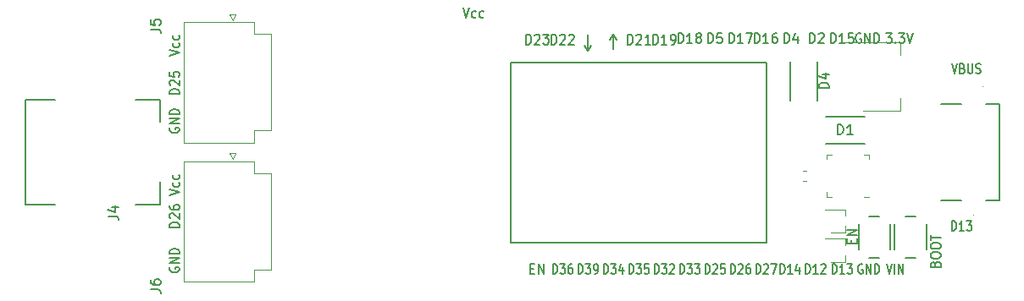
<source format=gbr>
G04 #@! TF.GenerationSoftware,KiCad,Pcbnew,(5.1.10)-1*
G04 #@! TF.CreationDate,2021-08-11T19:04:18+09:00*
G04 #@! TF.ProjectId,ESP32_LED,45535033-325f-44c4-9544-2e6b69636164,rev?*
G04 #@! TF.SameCoordinates,Original*
G04 #@! TF.FileFunction,Legend,Top*
G04 #@! TF.FilePolarity,Positive*
%FSLAX46Y46*%
G04 Gerber Fmt 4.6, Leading zero omitted, Abs format (unit mm)*
G04 Created by KiCad (PCBNEW (5.1.10)-1) date 2021-08-11 19:04:18*
%MOMM*%
%LPD*%
G01*
G04 APERTURE LIST*
%ADD10C,0.150000*%
%ADD11C,0.200000*%
%ADD12C,0.120000*%
%ADD13C,0.100000*%
G04 APERTURE END LIST*
D10*
X131008571Y-70572380D02*
X131308571Y-71572380D01*
X131608571Y-70572380D01*
X132294285Y-71524761D02*
X132208571Y-71572380D01*
X132037142Y-71572380D01*
X131951428Y-71524761D01*
X131908571Y-71477142D01*
X131865714Y-71381904D01*
X131865714Y-71096190D01*
X131908571Y-71000952D01*
X131951428Y-70953333D01*
X132037142Y-70905714D01*
X132208571Y-70905714D01*
X132294285Y-70953333D01*
X133065714Y-71524761D02*
X132980000Y-71572380D01*
X132808571Y-71572380D01*
X132722857Y-71524761D01*
X132680000Y-71477142D01*
X132637142Y-71381904D01*
X132637142Y-71096190D01*
X132680000Y-71000952D01*
X132722857Y-70953333D01*
X132808571Y-70905714D01*
X132980000Y-70905714D01*
X133065714Y-70953333D01*
X101735000Y-96570714D02*
X101687380Y-96656428D01*
X101687380Y-96785000D01*
X101735000Y-96913571D01*
X101830238Y-96999285D01*
X101925476Y-97042142D01*
X102115952Y-97085000D01*
X102258809Y-97085000D01*
X102449285Y-97042142D01*
X102544523Y-96999285D01*
X102639761Y-96913571D01*
X102687380Y-96785000D01*
X102687380Y-96699285D01*
X102639761Y-96570714D01*
X102592142Y-96527857D01*
X102258809Y-96527857D01*
X102258809Y-96699285D01*
X102687380Y-96142142D02*
X101687380Y-96142142D01*
X102687380Y-95627857D01*
X101687380Y-95627857D01*
X102687380Y-95199285D02*
X101687380Y-95199285D01*
X101687380Y-94985000D01*
X101735000Y-94856428D01*
X101830238Y-94770714D01*
X101925476Y-94727857D01*
X102115952Y-94685000D01*
X102258809Y-94685000D01*
X102449285Y-94727857D01*
X102544523Y-94770714D01*
X102639761Y-94856428D01*
X102687380Y-94985000D01*
X102687380Y-95199285D01*
X101687380Y-89336428D02*
X102687380Y-89036428D01*
X101687380Y-88736428D01*
X102639761Y-88050714D02*
X102687380Y-88136428D01*
X102687380Y-88307857D01*
X102639761Y-88393571D01*
X102592142Y-88436428D01*
X102496904Y-88479285D01*
X102211190Y-88479285D01*
X102115952Y-88436428D01*
X102068333Y-88393571D01*
X102020714Y-88307857D01*
X102020714Y-88136428D01*
X102068333Y-88050714D01*
X102639761Y-87279285D02*
X102687380Y-87365000D01*
X102687380Y-87536428D01*
X102639761Y-87622142D01*
X102592142Y-87665000D01*
X102496904Y-87707857D01*
X102211190Y-87707857D01*
X102115952Y-87665000D01*
X102068333Y-87622142D01*
X102020714Y-87536428D01*
X102020714Y-87365000D01*
X102068333Y-87279285D01*
X101687380Y-75366428D02*
X102687380Y-75066428D01*
X101687380Y-74766428D01*
X102639761Y-74080714D02*
X102687380Y-74166428D01*
X102687380Y-74337857D01*
X102639761Y-74423571D01*
X102592142Y-74466428D01*
X102496904Y-74509285D01*
X102211190Y-74509285D01*
X102115952Y-74466428D01*
X102068333Y-74423571D01*
X102020714Y-74337857D01*
X102020714Y-74166428D01*
X102068333Y-74080714D01*
X102639761Y-73309285D02*
X102687380Y-73395000D01*
X102687380Y-73566428D01*
X102639761Y-73652142D01*
X102592142Y-73695000D01*
X102496904Y-73737857D01*
X102211190Y-73737857D01*
X102115952Y-73695000D01*
X102068333Y-73652142D01*
X102020714Y-73566428D01*
X102020714Y-73395000D01*
X102068333Y-73309285D01*
X179889333Y-76160380D02*
X180156000Y-77160380D01*
X180422666Y-76160380D01*
X180956000Y-76636571D02*
X181070285Y-76684190D01*
X181108380Y-76731809D01*
X181146476Y-76827047D01*
X181146476Y-76969904D01*
X181108380Y-77065142D01*
X181070285Y-77112761D01*
X180994095Y-77160380D01*
X180689333Y-77160380D01*
X180689333Y-76160380D01*
X180956000Y-76160380D01*
X181032190Y-76208000D01*
X181070285Y-76255619D01*
X181108380Y-76350857D01*
X181108380Y-76446095D01*
X181070285Y-76541333D01*
X181032190Y-76588952D01*
X180956000Y-76636571D01*
X180689333Y-76636571D01*
X181489333Y-76160380D02*
X181489333Y-76969904D01*
X181527428Y-77065142D01*
X181565523Y-77112761D01*
X181641714Y-77160380D01*
X181794095Y-77160380D01*
X181870285Y-77112761D01*
X181908380Y-77065142D01*
X181946476Y-76969904D01*
X181946476Y-76160380D01*
X182289333Y-77112761D02*
X182403619Y-77160380D01*
X182594095Y-77160380D01*
X182670285Y-77112761D01*
X182708380Y-77065142D01*
X182746476Y-76969904D01*
X182746476Y-76874666D01*
X182708380Y-76779428D01*
X182670285Y-76731809D01*
X182594095Y-76684190D01*
X182441714Y-76636571D01*
X182365523Y-76588952D01*
X182327428Y-76541333D01*
X182289333Y-76446095D01*
X182289333Y-76350857D01*
X182327428Y-76255619D01*
X182365523Y-76208000D01*
X182441714Y-76160380D01*
X182632190Y-76160380D01*
X182746476Y-76208000D01*
X179876571Y-92908380D02*
X179876571Y-91908380D01*
X180067047Y-91908380D01*
X180181333Y-91956000D01*
X180257523Y-92051238D01*
X180295619Y-92146476D01*
X180333714Y-92336952D01*
X180333714Y-92479809D01*
X180295619Y-92670285D01*
X180257523Y-92765523D01*
X180181333Y-92860761D01*
X180067047Y-92908380D01*
X179876571Y-92908380D01*
X181095619Y-92908380D02*
X180638476Y-92908380D01*
X180867047Y-92908380D02*
X180867047Y-91908380D01*
X180790857Y-92051238D01*
X180714666Y-92146476D01*
X180638476Y-92194095D01*
X181362285Y-91908380D02*
X181857523Y-91908380D01*
X181590857Y-92289333D01*
X181705142Y-92289333D01*
X181781333Y-92336952D01*
X181819428Y-92384571D01*
X181857523Y-92479809D01*
X181857523Y-92717904D01*
X181819428Y-92813142D01*
X181781333Y-92860761D01*
X181705142Y-92908380D01*
X181476571Y-92908380D01*
X181400380Y-92860761D01*
X181362285Y-92813142D01*
D11*
X146050000Y-73279000D02*
X146367500Y-73787000D01*
X146050000Y-73279000D02*
X145732500Y-73787000D01*
X146050000Y-73279000D02*
X146050000Y-74739500D01*
X143510000Y-74866500D02*
X143827500Y-74358500D01*
X143192500Y-74358500D02*
X143510000Y-74866500D01*
X143510000Y-73279000D02*
X143510000Y-74866500D01*
D10*
X173296428Y-73112380D02*
X173853571Y-73112380D01*
X173553571Y-73493333D01*
X173682142Y-73493333D01*
X173767857Y-73540952D01*
X173810714Y-73588571D01*
X173853571Y-73683809D01*
X173853571Y-73921904D01*
X173810714Y-74017142D01*
X173767857Y-74064761D01*
X173682142Y-74112380D01*
X173425000Y-74112380D01*
X173339285Y-74064761D01*
X173296428Y-74017142D01*
X174239285Y-74017142D02*
X174282142Y-74064761D01*
X174239285Y-74112380D01*
X174196428Y-74064761D01*
X174239285Y-74017142D01*
X174239285Y-74112380D01*
X174582142Y-73112380D02*
X175139285Y-73112380D01*
X174839285Y-73493333D01*
X174967857Y-73493333D01*
X175053571Y-73540952D01*
X175096428Y-73588571D01*
X175139285Y-73683809D01*
X175139285Y-73921904D01*
X175096428Y-74017142D01*
X175053571Y-74064761D01*
X174967857Y-74112380D01*
X174710714Y-74112380D01*
X174625000Y-74064761D01*
X174582142Y-74017142D01*
X175396428Y-73112380D02*
X175696428Y-74112380D01*
X175996428Y-73112380D01*
X170764285Y-73160000D02*
X170678571Y-73112380D01*
X170550000Y-73112380D01*
X170421428Y-73160000D01*
X170335714Y-73255238D01*
X170292857Y-73350476D01*
X170250000Y-73540952D01*
X170250000Y-73683809D01*
X170292857Y-73874285D01*
X170335714Y-73969523D01*
X170421428Y-74064761D01*
X170550000Y-74112380D01*
X170635714Y-74112380D01*
X170764285Y-74064761D01*
X170807142Y-74017142D01*
X170807142Y-73683809D01*
X170635714Y-73683809D01*
X171192857Y-74112380D02*
X171192857Y-73112380D01*
X171707142Y-74112380D01*
X171707142Y-73112380D01*
X172135714Y-74112380D02*
X172135714Y-73112380D01*
X172350000Y-73112380D01*
X172478571Y-73160000D01*
X172564285Y-73255238D01*
X172607142Y-73350476D01*
X172650000Y-73540952D01*
X172650000Y-73683809D01*
X172607142Y-73874285D01*
X172564285Y-73969523D01*
X172478571Y-74064761D01*
X172350000Y-74112380D01*
X172135714Y-74112380D01*
X167817142Y-74112380D02*
X167817142Y-73112380D01*
X168031428Y-73112380D01*
X168160000Y-73160000D01*
X168245714Y-73255238D01*
X168288571Y-73350476D01*
X168331428Y-73540952D01*
X168331428Y-73683809D01*
X168288571Y-73874285D01*
X168245714Y-73969523D01*
X168160000Y-74064761D01*
X168031428Y-74112380D01*
X167817142Y-74112380D01*
X169188571Y-74112380D02*
X168674285Y-74112380D01*
X168931428Y-74112380D02*
X168931428Y-73112380D01*
X168845714Y-73255238D01*
X168760000Y-73350476D01*
X168674285Y-73398095D01*
X170002857Y-73112380D02*
X169574285Y-73112380D01*
X169531428Y-73588571D01*
X169574285Y-73540952D01*
X169660000Y-73493333D01*
X169874285Y-73493333D01*
X169960000Y-73540952D01*
X170002857Y-73588571D01*
X170045714Y-73683809D01*
X170045714Y-73921904D01*
X170002857Y-74017142D01*
X169960000Y-74064761D01*
X169874285Y-74112380D01*
X169660000Y-74112380D01*
X169574285Y-74064761D01*
X169531428Y-74017142D01*
X165705714Y-74112380D02*
X165705714Y-73112380D01*
X165920000Y-73112380D01*
X166048571Y-73160000D01*
X166134285Y-73255238D01*
X166177142Y-73350476D01*
X166220000Y-73540952D01*
X166220000Y-73683809D01*
X166177142Y-73874285D01*
X166134285Y-73969523D01*
X166048571Y-74064761D01*
X165920000Y-74112380D01*
X165705714Y-74112380D01*
X166562857Y-73207619D02*
X166605714Y-73160000D01*
X166691428Y-73112380D01*
X166905714Y-73112380D01*
X166991428Y-73160000D01*
X167034285Y-73207619D01*
X167077142Y-73302857D01*
X167077142Y-73398095D01*
X167034285Y-73540952D01*
X166520000Y-74112380D01*
X167077142Y-74112380D01*
X163165714Y-74112380D02*
X163165714Y-73112380D01*
X163380000Y-73112380D01*
X163508571Y-73160000D01*
X163594285Y-73255238D01*
X163637142Y-73350476D01*
X163680000Y-73540952D01*
X163680000Y-73683809D01*
X163637142Y-73874285D01*
X163594285Y-73969523D01*
X163508571Y-74064761D01*
X163380000Y-74112380D01*
X163165714Y-74112380D01*
X164451428Y-73445714D02*
X164451428Y-74112380D01*
X164237142Y-73064761D02*
X164022857Y-73779047D01*
X164580000Y-73779047D01*
X160197142Y-74112380D02*
X160197142Y-73112380D01*
X160411428Y-73112380D01*
X160540000Y-73160000D01*
X160625714Y-73255238D01*
X160668571Y-73350476D01*
X160711428Y-73540952D01*
X160711428Y-73683809D01*
X160668571Y-73874285D01*
X160625714Y-73969523D01*
X160540000Y-74064761D01*
X160411428Y-74112380D01*
X160197142Y-74112380D01*
X161568571Y-74112380D02*
X161054285Y-74112380D01*
X161311428Y-74112380D02*
X161311428Y-73112380D01*
X161225714Y-73255238D01*
X161140000Y-73350476D01*
X161054285Y-73398095D01*
X162340000Y-73112380D02*
X162168571Y-73112380D01*
X162082857Y-73160000D01*
X162040000Y-73207619D01*
X161954285Y-73350476D01*
X161911428Y-73540952D01*
X161911428Y-73921904D01*
X161954285Y-74017142D01*
X161997142Y-74064761D01*
X162082857Y-74112380D01*
X162254285Y-74112380D01*
X162340000Y-74064761D01*
X162382857Y-74017142D01*
X162425714Y-73921904D01*
X162425714Y-73683809D01*
X162382857Y-73588571D01*
X162340000Y-73540952D01*
X162254285Y-73493333D01*
X162082857Y-73493333D01*
X161997142Y-73540952D01*
X161954285Y-73588571D01*
X161911428Y-73683809D01*
X157657142Y-74112380D02*
X157657142Y-73112380D01*
X157871428Y-73112380D01*
X158000000Y-73160000D01*
X158085714Y-73255238D01*
X158128571Y-73350476D01*
X158171428Y-73540952D01*
X158171428Y-73683809D01*
X158128571Y-73874285D01*
X158085714Y-73969523D01*
X158000000Y-74064761D01*
X157871428Y-74112380D01*
X157657142Y-74112380D01*
X159028571Y-74112380D02*
X158514285Y-74112380D01*
X158771428Y-74112380D02*
X158771428Y-73112380D01*
X158685714Y-73255238D01*
X158600000Y-73350476D01*
X158514285Y-73398095D01*
X159328571Y-73112380D02*
X159928571Y-73112380D01*
X159542857Y-74112380D01*
X155545714Y-74112380D02*
X155545714Y-73112380D01*
X155760000Y-73112380D01*
X155888571Y-73160000D01*
X155974285Y-73255238D01*
X156017142Y-73350476D01*
X156060000Y-73540952D01*
X156060000Y-73683809D01*
X156017142Y-73874285D01*
X155974285Y-73969523D01*
X155888571Y-74064761D01*
X155760000Y-74112380D01*
X155545714Y-74112380D01*
X156874285Y-73112380D02*
X156445714Y-73112380D01*
X156402857Y-73588571D01*
X156445714Y-73540952D01*
X156531428Y-73493333D01*
X156745714Y-73493333D01*
X156831428Y-73540952D01*
X156874285Y-73588571D01*
X156917142Y-73683809D01*
X156917142Y-73921904D01*
X156874285Y-74017142D01*
X156831428Y-74064761D01*
X156745714Y-74112380D01*
X156531428Y-74112380D01*
X156445714Y-74064761D01*
X156402857Y-74017142D01*
X152577142Y-74112380D02*
X152577142Y-73112380D01*
X152791428Y-73112380D01*
X152920000Y-73160000D01*
X153005714Y-73255238D01*
X153048571Y-73350476D01*
X153091428Y-73540952D01*
X153091428Y-73683809D01*
X153048571Y-73874285D01*
X153005714Y-73969523D01*
X152920000Y-74064761D01*
X152791428Y-74112380D01*
X152577142Y-74112380D01*
X153948571Y-74112380D02*
X153434285Y-74112380D01*
X153691428Y-74112380D02*
X153691428Y-73112380D01*
X153605714Y-73255238D01*
X153520000Y-73350476D01*
X153434285Y-73398095D01*
X154462857Y-73540952D02*
X154377142Y-73493333D01*
X154334285Y-73445714D01*
X154291428Y-73350476D01*
X154291428Y-73302857D01*
X154334285Y-73207619D01*
X154377142Y-73160000D01*
X154462857Y-73112380D01*
X154634285Y-73112380D01*
X154720000Y-73160000D01*
X154762857Y-73207619D01*
X154805714Y-73302857D01*
X154805714Y-73350476D01*
X154762857Y-73445714D01*
X154720000Y-73493333D01*
X154634285Y-73540952D01*
X154462857Y-73540952D01*
X154377142Y-73588571D01*
X154334285Y-73636190D01*
X154291428Y-73731428D01*
X154291428Y-73921904D01*
X154334285Y-74017142D01*
X154377142Y-74064761D01*
X154462857Y-74112380D01*
X154634285Y-74112380D01*
X154720000Y-74064761D01*
X154762857Y-74017142D01*
X154805714Y-73921904D01*
X154805714Y-73731428D01*
X154762857Y-73636190D01*
X154720000Y-73588571D01*
X154634285Y-73540952D01*
X150037142Y-74239380D02*
X150037142Y-73239380D01*
X150251428Y-73239380D01*
X150380000Y-73287000D01*
X150465714Y-73382238D01*
X150508571Y-73477476D01*
X150551428Y-73667952D01*
X150551428Y-73810809D01*
X150508571Y-74001285D01*
X150465714Y-74096523D01*
X150380000Y-74191761D01*
X150251428Y-74239380D01*
X150037142Y-74239380D01*
X151408571Y-74239380D02*
X150894285Y-74239380D01*
X151151428Y-74239380D02*
X151151428Y-73239380D01*
X151065714Y-73382238D01*
X150980000Y-73477476D01*
X150894285Y-73525095D01*
X151837142Y-74239380D02*
X152008571Y-74239380D01*
X152094285Y-74191761D01*
X152137142Y-74144142D01*
X152222857Y-74001285D01*
X152265714Y-73810809D01*
X152265714Y-73429857D01*
X152222857Y-73334619D01*
X152180000Y-73287000D01*
X152094285Y-73239380D01*
X151922857Y-73239380D01*
X151837142Y-73287000D01*
X151794285Y-73334619D01*
X151751428Y-73429857D01*
X151751428Y-73667952D01*
X151794285Y-73763190D01*
X151837142Y-73810809D01*
X151922857Y-73858428D01*
X152094285Y-73858428D01*
X152180000Y-73810809D01*
X152222857Y-73763190D01*
X152265714Y-73667952D01*
X147497142Y-74239380D02*
X147497142Y-73239380D01*
X147711428Y-73239380D01*
X147840000Y-73287000D01*
X147925714Y-73382238D01*
X147968571Y-73477476D01*
X148011428Y-73667952D01*
X148011428Y-73810809D01*
X147968571Y-74001285D01*
X147925714Y-74096523D01*
X147840000Y-74191761D01*
X147711428Y-74239380D01*
X147497142Y-74239380D01*
X148354285Y-73334619D02*
X148397142Y-73287000D01*
X148482857Y-73239380D01*
X148697142Y-73239380D01*
X148782857Y-73287000D01*
X148825714Y-73334619D01*
X148868571Y-73429857D01*
X148868571Y-73525095D01*
X148825714Y-73667952D01*
X148311428Y-74239380D01*
X148868571Y-74239380D01*
X149725714Y-74239380D02*
X149211428Y-74239380D01*
X149468571Y-74239380D02*
X149468571Y-73239380D01*
X149382857Y-73382238D01*
X149297142Y-73477476D01*
X149211428Y-73525095D01*
X139877142Y-74239380D02*
X139877142Y-73239380D01*
X140091428Y-73239380D01*
X140220000Y-73287000D01*
X140305714Y-73382238D01*
X140348571Y-73477476D01*
X140391428Y-73667952D01*
X140391428Y-73810809D01*
X140348571Y-74001285D01*
X140305714Y-74096523D01*
X140220000Y-74191761D01*
X140091428Y-74239380D01*
X139877142Y-74239380D01*
X140734285Y-73334619D02*
X140777142Y-73287000D01*
X140862857Y-73239380D01*
X141077142Y-73239380D01*
X141162857Y-73287000D01*
X141205714Y-73334619D01*
X141248571Y-73429857D01*
X141248571Y-73525095D01*
X141205714Y-73667952D01*
X140691428Y-74239380D01*
X141248571Y-74239380D01*
X141591428Y-73334619D02*
X141634285Y-73287000D01*
X141720000Y-73239380D01*
X141934285Y-73239380D01*
X142020000Y-73287000D01*
X142062857Y-73334619D01*
X142105714Y-73429857D01*
X142105714Y-73525095D01*
X142062857Y-73667952D01*
X141548571Y-74239380D01*
X142105714Y-74239380D01*
X137337142Y-74239380D02*
X137337142Y-73239380D01*
X137551428Y-73239380D01*
X137680000Y-73287000D01*
X137765714Y-73382238D01*
X137808571Y-73477476D01*
X137851428Y-73667952D01*
X137851428Y-73810809D01*
X137808571Y-74001285D01*
X137765714Y-74096523D01*
X137680000Y-74191761D01*
X137551428Y-74239380D01*
X137337142Y-74239380D01*
X138194285Y-73334619D02*
X138237142Y-73287000D01*
X138322857Y-73239380D01*
X138537142Y-73239380D01*
X138622857Y-73287000D01*
X138665714Y-73334619D01*
X138708571Y-73429857D01*
X138708571Y-73525095D01*
X138665714Y-73667952D01*
X138151428Y-74239380D01*
X138708571Y-74239380D01*
X139008571Y-73239380D02*
X139565714Y-73239380D01*
X139265714Y-73620333D01*
X139394285Y-73620333D01*
X139480000Y-73667952D01*
X139522857Y-73715571D01*
X139565714Y-73810809D01*
X139565714Y-74048904D01*
X139522857Y-74144142D01*
X139480000Y-74191761D01*
X139394285Y-74239380D01*
X139137142Y-74239380D01*
X139051428Y-74191761D01*
X139008571Y-74144142D01*
X101735000Y-82600714D02*
X101687380Y-82686428D01*
X101687380Y-82815000D01*
X101735000Y-82943571D01*
X101830238Y-83029285D01*
X101925476Y-83072142D01*
X102115952Y-83115000D01*
X102258809Y-83115000D01*
X102449285Y-83072142D01*
X102544523Y-83029285D01*
X102639761Y-82943571D01*
X102687380Y-82815000D01*
X102687380Y-82729285D01*
X102639761Y-82600714D01*
X102592142Y-82557857D01*
X102258809Y-82557857D01*
X102258809Y-82729285D01*
X102687380Y-82172142D02*
X101687380Y-82172142D01*
X102687380Y-81657857D01*
X101687380Y-81657857D01*
X102687380Y-81229285D02*
X101687380Y-81229285D01*
X101687380Y-81015000D01*
X101735000Y-80886428D01*
X101830238Y-80800714D01*
X101925476Y-80757857D01*
X102115952Y-80715000D01*
X102258809Y-80715000D01*
X102449285Y-80757857D01*
X102544523Y-80800714D01*
X102639761Y-80886428D01*
X102687380Y-81015000D01*
X102687380Y-81229285D01*
X178236571Y-96217428D02*
X178284190Y-96088857D01*
X178331809Y-96046000D01*
X178427047Y-96003142D01*
X178569904Y-96003142D01*
X178665142Y-96046000D01*
X178712761Y-96088857D01*
X178760380Y-96174571D01*
X178760380Y-96517428D01*
X177760380Y-96517428D01*
X177760380Y-96217428D01*
X177808000Y-96131714D01*
X177855619Y-96088857D01*
X177950857Y-96046000D01*
X178046095Y-96046000D01*
X178141333Y-96088857D01*
X178188952Y-96131714D01*
X178236571Y-96217428D01*
X178236571Y-96517428D01*
X177760380Y-95446000D02*
X177760380Y-95274571D01*
X177808000Y-95188857D01*
X177903238Y-95103142D01*
X178093714Y-95060285D01*
X178427047Y-95060285D01*
X178617523Y-95103142D01*
X178712761Y-95188857D01*
X178760380Y-95274571D01*
X178760380Y-95446000D01*
X178712761Y-95531714D01*
X178617523Y-95617428D01*
X178427047Y-95660285D01*
X178093714Y-95660285D01*
X177903238Y-95617428D01*
X177808000Y-95531714D01*
X177760380Y-95446000D01*
X177760380Y-94503142D02*
X177760380Y-94331714D01*
X177808000Y-94246000D01*
X177903238Y-94160285D01*
X178093714Y-94117428D01*
X178427047Y-94117428D01*
X178617523Y-94160285D01*
X178712761Y-94246000D01*
X178760380Y-94331714D01*
X178760380Y-94503142D01*
X178712761Y-94588857D01*
X178617523Y-94674571D01*
X178427047Y-94717428D01*
X178093714Y-94717428D01*
X177903238Y-94674571D01*
X177808000Y-94588857D01*
X177760380Y-94503142D01*
X177760380Y-93860285D02*
X177760380Y-93346000D01*
X178760380Y-93603142D02*
X177760380Y-93603142D01*
X169854571Y-94136285D02*
X169854571Y-93836285D01*
X170378380Y-93707714D02*
X170378380Y-94136285D01*
X169378380Y-94136285D01*
X169378380Y-93707714D01*
X170378380Y-93322000D02*
X169378380Y-93322000D01*
X170378380Y-92807714D01*
X169378380Y-92807714D01*
X102687380Y-92532857D02*
X101687380Y-92532857D01*
X101687380Y-92318571D01*
X101735000Y-92190000D01*
X101830238Y-92104285D01*
X101925476Y-92061428D01*
X102115952Y-92018571D01*
X102258809Y-92018571D01*
X102449285Y-92061428D01*
X102544523Y-92104285D01*
X102639761Y-92190000D01*
X102687380Y-92318571D01*
X102687380Y-92532857D01*
X101782619Y-91675714D02*
X101735000Y-91632857D01*
X101687380Y-91547142D01*
X101687380Y-91332857D01*
X101735000Y-91247142D01*
X101782619Y-91204285D01*
X101877857Y-91161428D01*
X101973095Y-91161428D01*
X102115952Y-91204285D01*
X102687380Y-91718571D01*
X102687380Y-91161428D01*
X101687380Y-90390000D02*
X101687380Y-90561428D01*
X101735000Y-90647142D01*
X101782619Y-90690000D01*
X101925476Y-90775714D01*
X102115952Y-90818571D01*
X102496904Y-90818571D01*
X102592142Y-90775714D01*
X102639761Y-90732857D01*
X102687380Y-90647142D01*
X102687380Y-90475714D01*
X102639761Y-90390000D01*
X102592142Y-90347142D01*
X102496904Y-90304285D01*
X102258809Y-90304285D01*
X102163571Y-90347142D01*
X102115952Y-90390000D01*
X102068333Y-90475714D01*
X102068333Y-90647142D01*
X102115952Y-90732857D01*
X102163571Y-90775714D01*
X102258809Y-90818571D01*
X102687380Y-79197857D02*
X101687380Y-79197857D01*
X101687380Y-78983571D01*
X101735000Y-78855000D01*
X101830238Y-78769285D01*
X101925476Y-78726428D01*
X102115952Y-78683571D01*
X102258809Y-78683571D01*
X102449285Y-78726428D01*
X102544523Y-78769285D01*
X102639761Y-78855000D01*
X102687380Y-78983571D01*
X102687380Y-79197857D01*
X101782619Y-78340714D02*
X101735000Y-78297857D01*
X101687380Y-78212142D01*
X101687380Y-77997857D01*
X101735000Y-77912142D01*
X101782619Y-77869285D01*
X101877857Y-77826428D01*
X101973095Y-77826428D01*
X102115952Y-77869285D01*
X102687380Y-78383571D01*
X102687380Y-77826428D01*
X101687380Y-77012142D02*
X101687380Y-77440714D01*
X102163571Y-77483571D01*
X102115952Y-77440714D01*
X102068333Y-77355000D01*
X102068333Y-77140714D01*
X102115952Y-77055000D01*
X102163571Y-77012142D01*
X102258809Y-76969285D01*
X102496904Y-76969285D01*
X102592142Y-77012142D01*
X102639761Y-77055000D01*
X102687380Y-77140714D01*
X102687380Y-77355000D01*
X102639761Y-77440714D01*
X102592142Y-77483571D01*
X137765714Y-96702571D02*
X138065714Y-96702571D01*
X138194285Y-97226380D02*
X137765714Y-97226380D01*
X137765714Y-96226380D01*
X138194285Y-96226380D01*
X138580000Y-97226380D02*
X138580000Y-96226380D01*
X139094285Y-97226380D01*
X139094285Y-96226380D01*
X139998571Y-97226380D02*
X139998571Y-96226380D01*
X140189047Y-96226380D01*
X140303333Y-96274000D01*
X140379523Y-96369238D01*
X140417619Y-96464476D01*
X140455714Y-96654952D01*
X140455714Y-96797809D01*
X140417619Y-96988285D01*
X140379523Y-97083523D01*
X140303333Y-97178761D01*
X140189047Y-97226380D01*
X139998571Y-97226380D01*
X140722380Y-96226380D02*
X141217619Y-96226380D01*
X140950952Y-96607333D01*
X141065238Y-96607333D01*
X141141428Y-96654952D01*
X141179523Y-96702571D01*
X141217619Y-96797809D01*
X141217619Y-97035904D01*
X141179523Y-97131142D01*
X141141428Y-97178761D01*
X141065238Y-97226380D01*
X140836666Y-97226380D01*
X140760476Y-97178761D01*
X140722380Y-97131142D01*
X141903333Y-96226380D02*
X141750952Y-96226380D01*
X141674761Y-96274000D01*
X141636666Y-96321619D01*
X141560476Y-96464476D01*
X141522380Y-96654952D01*
X141522380Y-97035904D01*
X141560476Y-97131142D01*
X141598571Y-97178761D01*
X141674761Y-97226380D01*
X141827142Y-97226380D01*
X141903333Y-97178761D01*
X141941428Y-97131142D01*
X141979523Y-97035904D01*
X141979523Y-96797809D01*
X141941428Y-96702571D01*
X141903333Y-96654952D01*
X141827142Y-96607333D01*
X141674761Y-96607333D01*
X141598571Y-96654952D01*
X141560476Y-96702571D01*
X141522380Y-96797809D01*
X142538571Y-97226380D02*
X142538571Y-96226380D01*
X142729047Y-96226380D01*
X142843333Y-96274000D01*
X142919523Y-96369238D01*
X142957619Y-96464476D01*
X142995714Y-96654952D01*
X142995714Y-96797809D01*
X142957619Y-96988285D01*
X142919523Y-97083523D01*
X142843333Y-97178761D01*
X142729047Y-97226380D01*
X142538571Y-97226380D01*
X143262380Y-96226380D02*
X143757619Y-96226380D01*
X143490952Y-96607333D01*
X143605238Y-96607333D01*
X143681428Y-96654952D01*
X143719523Y-96702571D01*
X143757619Y-96797809D01*
X143757619Y-97035904D01*
X143719523Y-97131142D01*
X143681428Y-97178761D01*
X143605238Y-97226380D01*
X143376666Y-97226380D01*
X143300476Y-97178761D01*
X143262380Y-97131142D01*
X144138571Y-97226380D02*
X144290952Y-97226380D01*
X144367142Y-97178761D01*
X144405238Y-97131142D01*
X144481428Y-96988285D01*
X144519523Y-96797809D01*
X144519523Y-96416857D01*
X144481428Y-96321619D01*
X144443333Y-96274000D01*
X144367142Y-96226380D01*
X144214761Y-96226380D01*
X144138571Y-96274000D01*
X144100476Y-96321619D01*
X144062380Y-96416857D01*
X144062380Y-96654952D01*
X144100476Y-96750190D01*
X144138571Y-96797809D01*
X144214761Y-96845428D01*
X144367142Y-96845428D01*
X144443333Y-96797809D01*
X144481428Y-96750190D01*
X144519523Y-96654952D01*
X145078571Y-97226380D02*
X145078571Y-96226380D01*
X145269047Y-96226380D01*
X145383333Y-96274000D01*
X145459523Y-96369238D01*
X145497619Y-96464476D01*
X145535714Y-96654952D01*
X145535714Y-96797809D01*
X145497619Y-96988285D01*
X145459523Y-97083523D01*
X145383333Y-97178761D01*
X145269047Y-97226380D01*
X145078571Y-97226380D01*
X145802380Y-96226380D02*
X146297619Y-96226380D01*
X146030952Y-96607333D01*
X146145238Y-96607333D01*
X146221428Y-96654952D01*
X146259523Y-96702571D01*
X146297619Y-96797809D01*
X146297619Y-97035904D01*
X146259523Y-97131142D01*
X146221428Y-97178761D01*
X146145238Y-97226380D01*
X145916666Y-97226380D01*
X145840476Y-97178761D01*
X145802380Y-97131142D01*
X146983333Y-96559714D02*
X146983333Y-97226380D01*
X146792857Y-96178761D02*
X146602380Y-96893047D01*
X147097619Y-96893047D01*
X147618571Y-97226380D02*
X147618571Y-96226380D01*
X147809047Y-96226380D01*
X147923333Y-96274000D01*
X147999523Y-96369238D01*
X148037619Y-96464476D01*
X148075714Y-96654952D01*
X148075714Y-96797809D01*
X148037619Y-96988285D01*
X147999523Y-97083523D01*
X147923333Y-97178761D01*
X147809047Y-97226380D01*
X147618571Y-97226380D01*
X148342380Y-96226380D02*
X148837619Y-96226380D01*
X148570952Y-96607333D01*
X148685238Y-96607333D01*
X148761428Y-96654952D01*
X148799523Y-96702571D01*
X148837619Y-96797809D01*
X148837619Y-97035904D01*
X148799523Y-97131142D01*
X148761428Y-97178761D01*
X148685238Y-97226380D01*
X148456666Y-97226380D01*
X148380476Y-97178761D01*
X148342380Y-97131142D01*
X149561428Y-96226380D02*
X149180476Y-96226380D01*
X149142380Y-96702571D01*
X149180476Y-96654952D01*
X149256666Y-96607333D01*
X149447142Y-96607333D01*
X149523333Y-96654952D01*
X149561428Y-96702571D01*
X149599523Y-96797809D01*
X149599523Y-97035904D01*
X149561428Y-97131142D01*
X149523333Y-97178761D01*
X149447142Y-97226380D01*
X149256666Y-97226380D01*
X149180476Y-97178761D01*
X149142380Y-97131142D01*
X150158571Y-97226380D02*
X150158571Y-96226380D01*
X150349047Y-96226380D01*
X150463333Y-96274000D01*
X150539523Y-96369238D01*
X150577619Y-96464476D01*
X150615714Y-96654952D01*
X150615714Y-96797809D01*
X150577619Y-96988285D01*
X150539523Y-97083523D01*
X150463333Y-97178761D01*
X150349047Y-97226380D01*
X150158571Y-97226380D01*
X150882380Y-96226380D02*
X151377619Y-96226380D01*
X151110952Y-96607333D01*
X151225238Y-96607333D01*
X151301428Y-96654952D01*
X151339523Y-96702571D01*
X151377619Y-96797809D01*
X151377619Y-97035904D01*
X151339523Y-97131142D01*
X151301428Y-97178761D01*
X151225238Y-97226380D01*
X150996666Y-97226380D01*
X150920476Y-97178761D01*
X150882380Y-97131142D01*
X151682380Y-96321619D02*
X151720476Y-96274000D01*
X151796666Y-96226380D01*
X151987142Y-96226380D01*
X152063333Y-96274000D01*
X152101428Y-96321619D01*
X152139523Y-96416857D01*
X152139523Y-96512095D01*
X152101428Y-96654952D01*
X151644285Y-97226380D01*
X152139523Y-97226380D01*
X152698571Y-97226380D02*
X152698571Y-96226380D01*
X152889047Y-96226380D01*
X153003333Y-96274000D01*
X153079523Y-96369238D01*
X153117619Y-96464476D01*
X153155714Y-96654952D01*
X153155714Y-96797809D01*
X153117619Y-96988285D01*
X153079523Y-97083523D01*
X153003333Y-97178761D01*
X152889047Y-97226380D01*
X152698571Y-97226380D01*
X153422380Y-96226380D02*
X153917619Y-96226380D01*
X153650952Y-96607333D01*
X153765238Y-96607333D01*
X153841428Y-96654952D01*
X153879523Y-96702571D01*
X153917619Y-96797809D01*
X153917619Y-97035904D01*
X153879523Y-97131142D01*
X153841428Y-97178761D01*
X153765238Y-97226380D01*
X153536666Y-97226380D01*
X153460476Y-97178761D01*
X153422380Y-97131142D01*
X154184285Y-96226380D02*
X154679523Y-96226380D01*
X154412857Y-96607333D01*
X154527142Y-96607333D01*
X154603333Y-96654952D01*
X154641428Y-96702571D01*
X154679523Y-96797809D01*
X154679523Y-97035904D01*
X154641428Y-97131142D01*
X154603333Y-97178761D01*
X154527142Y-97226380D01*
X154298571Y-97226380D01*
X154222380Y-97178761D01*
X154184285Y-97131142D01*
X155238571Y-97226380D02*
X155238571Y-96226380D01*
X155429047Y-96226380D01*
X155543333Y-96274000D01*
X155619523Y-96369238D01*
X155657619Y-96464476D01*
X155695714Y-96654952D01*
X155695714Y-96797809D01*
X155657619Y-96988285D01*
X155619523Y-97083523D01*
X155543333Y-97178761D01*
X155429047Y-97226380D01*
X155238571Y-97226380D01*
X156000476Y-96321619D02*
X156038571Y-96274000D01*
X156114761Y-96226380D01*
X156305238Y-96226380D01*
X156381428Y-96274000D01*
X156419523Y-96321619D01*
X156457619Y-96416857D01*
X156457619Y-96512095D01*
X156419523Y-96654952D01*
X155962380Y-97226380D01*
X156457619Y-97226380D01*
X157181428Y-96226380D02*
X156800476Y-96226380D01*
X156762380Y-96702571D01*
X156800476Y-96654952D01*
X156876666Y-96607333D01*
X157067142Y-96607333D01*
X157143333Y-96654952D01*
X157181428Y-96702571D01*
X157219523Y-96797809D01*
X157219523Y-97035904D01*
X157181428Y-97131142D01*
X157143333Y-97178761D01*
X157067142Y-97226380D01*
X156876666Y-97226380D01*
X156800476Y-97178761D01*
X156762380Y-97131142D01*
X157778571Y-97226380D02*
X157778571Y-96226380D01*
X157969047Y-96226380D01*
X158083333Y-96274000D01*
X158159523Y-96369238D01*
X158197619Y-96464476D01*
X158235714Y-96654952D01*
X158235714Y-96797809D01*
X158197619Y-96988285D01*
X158159523Y-97083523D01*
X158083333Y-97178761D01*
X157969047Y-97226380D01*
X157778571Y-97226380D01*
X158540476Y-96321619D02*
X158578571Y-96274000D01*
X158654761Y-96226380D01*
X158845238Y-96226380D01*
X158921428Y-96274000D01*
X158959523Y-96321619D01*
X158997619Y-96416857D01*
X158997619Y-96512095D01*
X158959523Y-96654952D01*
X158502380Y-97226380D01*
X158997619Y-97226380D01*
X159683333Y-96226380D02*
X159530952Y-96226380D01*
X159454761Y-96274000D01*
X159416666Y-96321619D01*
X159340476Y-96464476D01*
X159302380Y-96654952D01*
X159302380Y-97035904D01*
X159340476Y-97131142D01*
X159378571Y-97178761D01*
X159454761Y-97226380D01*
X159607142Y-97226380D01*
X159683333Y-97178761D01*
X159721428Y-97131142D01*
X159759523Y-97035904D01*
X159759523Y-96797809D01*
X159721428Y-96702571D01*
X159683333Y-96654952D01*
X159607142Y-96607333D01*
X159454761Y-96607333D01*
X159378571Y-96654952D01*
X159340476Y-96702571D01*
X159302380Y-96797809D01*
X160318571Y-97226380D02*
X160318571Y-96226380D01*
X160509047Y-96226380D01*
X160623333Y-96274000D01*
X160699523Y-96369238D01*
X160737619Y-96464476D01*
X160775714Y-96654952D01*
X160775714Y-96797809D01*
X160737619Y-96988285D01*
X160699523Y-97083523D01*
X160623333Y-97178761D01*
X160509047Y-97226380D01*
X160318571Y-97226380D01*
X161080476Y-96321619D02*
X161118571Y-96274000D01*
X161194761Y-96226380D01*
X161385238Y-96226380D01*
X161461428Y-96274000D01*
X161499523Y-96321619D01*
X161537619Y-96416857D01*
X161537619Y-96512095D01*
X161499523Y-96654952D01*
X161042380Y-97226380D01*
X161537619Y-97226380D01*
X161804285Y-96226380D02*
X162337619Y-96226380D01*
X161994761Y-97226380D01*
X162731571Y-97226380D02*
X162731571Y-96226380D01*
X162922047Y-96226380D01*
X163036333Y-96274000D01*
X163112523Y-96369238D01*
X163150619Y-96464476D01*
X163188714Y-96654952D01*
X163188714Y-96797809D01*
X163150619Y-96988285D01*
X163112523Y-97083523D01*
X163036333Y-97178761D01*
X162922047Y-97226380D01*
X162731571Y-97226380D01*
X163950619Y-97226380D02*
X163493476Y-97226380D01*
X163722047Y-97226380D02*
X163722047Y-96226380D01*
X163645857Y-96369238D01*
X163569666Y-96464476D01*
X163493476Y-96512095D01*
X164636333Y-96559714D02*
X164636333Y-97226380D01*
X164445857Y-96178761D02*
X164255380Y-96893047D01*
X164750619Y-96893047D01*
X165271571Y-97226380D02*
X165271571Y-96226380D01*
X165462047Y-96226380D01*
X165576333Y-96274000D01*
X165652523Y-96369238D01*
X165690619Y-96464476D01*
X165728714Y-96654952D01*
X165728714Y-96797809D01*
X165690619Y-96988285D01*
X165652523Y-97083523D01*
X165576333Y-97178761D01*
X165462047Y-97226380D01*
X165271571Y-97226380D01*
X166490619Y-97226380D02*
X166033476Y-97226380D01*
X166262047Y-97226380D02*
X166262047Y-96226380D01*
X166185857Y-96369238D01*
X166109666Y-96464476D01*
X166033476Y-96512095D01*
X166795380Y-96321619D02*
X166833476Y-96274000D01*
X166909666Y-96226380D01*
X167100142Y-96226380D01*
X167176333Y-96274000D01*
X167214428Y-96321619D01*
X167252523Y-96416857D01*
X167252523Y-96512095D01*
X167214428Y-96654952D01*
X166757285Y-97226380D01*
X167252523Y-97226380D01*
X167938571Y-97226380D02*
X167938571Y-96226380D01*
X168129047Y-96226380D01*
X168243333Y-96274000D01*
X168319523Y-96369238D01*
X168357619Y-96464476D01*
X168395714Y-96654952D01*
X168395714Y-96797809D01*
X168357619Y-96988285D01*
X168319523Y-97083523D01*
X168243333Y-97178761D01*
X168129047Y-97226380D01*
X167938571Y-97226380D01*
X169157619Y-97226380D02*
X168700476Y-97226380D01*
X168929047Y-97226380D02*
X168929047Y-96226380D01*
X168852857Y-96369238D01*
X168776666Y-96464476D01*
X168700476Y-96512095D01*
X169424285Y-96226380D02*
X169919523Y-96226380D01*
X169652857Y-96607333D01*
X169767142Y-96607333D01*
X169843333Y-96654952D01*
X169881428Y-96702571D01*
X169919523Y-96797809D01*
X169919523Y-97035904D01*
X169881428Y-97131142D01*
X169843333Y-97178761D01*
X169767142Y-97226380D01*
X169538571Y-97226380D01*
X169462380Y-97178761D01*
X169424285Y-97131142D01*
X170940476Y-96274000D02*
X170864285Y-96226380D01*
X170750000Y-96226380D01*
X170635714Y-96274000D01*
X170559523Y-96369238D01*
X170521428Y-96464476D01*
X170483333Y-96654952D01*
X170483333Y-96797809D01*
X170521428Y-96988285D01*
X170559523Y-97083523D01*
X170635714Y-97178761D01*
X170750000Y-97226380D01*
X170826190Y-97226380D01*
X170940476Y-97178761D01*
X170978571Y-97131142D01*
X170978571Y-96797809D01*
X170826190Y-96797809D01*
X171321428Y-97226380D02*
X171321428Y-96226380D01*
X171778571Y-97226380D01*
X171778571Y-96226380D01*
X172159523Y-97226380D02*
X172159523Y-96226380D01*
X172350000Y-96226380D01*
X172464285Y-96274000D01*
X172540476Y-96369238D01*
X172578571Y-96464476D01*
X172616666Y-96654952D01*
X172616666Y-96797809D01*
X172578571Y-96988285D01*
X172540476Y-97083523D01*
X172464285Y-97178761D01*
X172350000Y-97226380D01*
X172159523Y-97226380D01*
X173367809Y-96226380D02*
X173634476Y-97226380D01*
X173901142Y-96226380D01*
X174167809Y-97226380D02*
X174167809Y-96226380D01*
X174548761Y-97226380D02*
X174548761Y-96226380D01*
X175005904Y-97226380D01*
X175005904Y-96226380D01*
D12*
X108300000Y-71220000D02*
X108000000Y-71820000D01*
X107700000Y-71220000D02*
X108300000Y-71220000D01*
X108000000Y-71820000D02*
X107700000Y-71220000D01*
X103090000Y-84060000D02*
X103090000Y-72020000D01*
X110110000Y-84060000D02*
X103090000Y-84060000D01*
X110110000Y-82860000D02*
X110110000Y-84060000D01*
X111810000Y-82860000D02*
X110110000Y-82860000D01*
X111810000Y-73220000D02*
X111810000Y-82860000D01*
X110110000Y-73220000D02*
X111810000Y-73220000D01*
X110110000Y-72020000D02*
X110110000Y-73220000D01*
X103090000Y-72020000D02*
X110110000Y-72020000D01*
D10*
X100750000Y-82000000D02*
X100750000Y-79750000D01*
X100750000Y-79750000D02*
X98250000Y-79750000D01*
X100750000Y-90250000D02*
X98250000Y-90250000D01*
X100750000Y-90250000D02*
X100750000Y-88000000D01*
X87250000Y-90250000D02*
X90250000Y-90250000D01*
X87250000Y-79750000D02*
X90250000Y-79750000D01*
X87250000Y-90250000D02*
X87250000Y-79750000D01*
X163750000Y-79842000D02*
X163750000Y-75942000D01*
X166450000Y-79842000D02*
X166450000Y-75942000D01*
X161332000Y-76080000D02*
X161332000Y-94080000D01*
X135832000Y-76080000D02*
X161332000Y-76080000D01*
X135832000Y-94080000D02*
X135832000Y-76080000D01*
X161332000Y-94080000D02*
X135832000Y-94080000D01*
D12*
X103090000Y-85940000D02*
X110110000Y-85940000D01*
X110110000Y-85940000D02*
X110110000Y-87140000D01*
X110110000Y-87140000D02*
X111810000Y-87140000D01*
X111810000Y-87140000D02*
X111810000Y-96780000D01*
X111810000Y-96780000D02*
X110110000Y-96780000D01*
X110110000Y-96780000D02*
X110110000Y-97980000D01*
X110110000Y-97980000D02*
X103090000Y-97980000D01*
X103090000Y-97980000D02*
X103090000Y-85940000D01*
X108000000Y-85740000D02*
X107700000Y-85140000D01*
X107700000Y-85140000D02*
X108300000Y-85140000D01*
X108300000Y-85140000D02*
X108000000Y-85740000D01*
D10*
X178792000Y-89820000D02*
X180792000Y-89820000D01*
X178792000Y-80180000D02*
X180792000Y-80180000D01*
X184637000Y-80180000D02*
X184637000Y-89820000D01*
X183292000Y-89820000D02*
X184637000Y-89820000D01*
X183292000Y-80180000D02*
X184637000Y-80180000D01*
D12*
X168722000Y-74060000D02*
X174732000Y-74060000D01*
X170972000Y-80880000D02*
X174732000Y-80880000D01*
X174732000Y-74060000D02*
X174732000Y-75320000D01*
X174732000Y-80880000D02*
X174732000Y-79620000D01*
D10*
X167300000Y-81454000D02*
X171200000Y-81454000D01*
X167300000Y-84154000D02*
X171200000Y-84154000D01*
X176276000Y-95590000D02*
X175260000Y-95590000D01*
X176276000Y-91440000D02*
X175260000Y-91440000D01*
X174168000Y-92245000D02*
X174168000Y-94785000D01*
X177368000Y-94785000D02*
X177368000Y-92245000D01*
D12*
X167827075Y-96029000D02*
X169237075Y-96029000D01*
X169237075Y-93709000D02*
X167207075Y-93709000D01*
X169237075Y-93709000D02*
X169237075Y-94369000D01*
X169237075Y-95369000D02*
X169237075Y-96029000D01*
D10*
X173753000Y-94785000D02*
X173753000Y-92245000D01*
X170553000Y-92245000D02*
X170553000Y-94785000D01*
X172661000Y-91440000D02*
X171645000Y-91440000D01*
X172661000Y-95590000D02*
X171645000Y-95590000D01*
D12*
X165364279Y-87886000D02*
X165038721Y-87886000D01*
X165364279Y-86866000D02*
X165038721Y-86866000D01*
X171114000Y-89486000D02*
X171589000Y-89486000D01*
X167369000Y-85266000D02*
X167369000Y-85741000D01*
X167844000Y-85266000D02*
X167369000Y-85266000D01*
X171589000Y-85266000D02*
X171589000Y-85741000D01*
X171114000Y-85266000D02*
X171589000Y-85266000D01*
X167369000Y-89486000D02*
X167369000Y-89011000D01*
X167844000Y-89486000D02*
X167369000Y-89486000D01*
X169237075Y-92418491D02*
X169237075Y-93078491D01*
X169237075Y-90758491D02*
X169237075Y-91418491D01*
X169237075Y-90758491D02*
X167207075Y-90758491D01*
X167827075Y-93078491D02*
X169237075Y-93078491D01*
D13*
X182115000Y-91313000D02*
G75*
G03*
X182115000Y-91313000I-50000J0D01*
G01*
X183027000Y-78470000D02*
G75*
G03*
X183027000Y-78470000I-50000J0D01*
G01*
D10*
X99782380Y-72723333D02*
X100496666Y-72723333D01*
X100639523Y-72770952D01*
X100734761Y-72866190D01*
X100782380Y-73009047D01*
X100782380Y-73104285D01*
X99782380Y-71770952D02*
X99782380Y-72247142D01*
X100258571Y-72294761D01*
X100210952Y-72247142D01*
X100163333Y-72151904D01*
X100163333Y-71913809D01*
X100210952Y-71818571D01*
X100258571Y-71770952D01*
X100353809Y-71723333D01*
X100591904Y-71723333D01*
X100687142Y-71770952D01*
X100734761Y-71818571D01*
X100782380Y-71913809D01*
X100782380Y-72151904D01*
X100734761Y-72247142D01*
X100687142Y-72294761D01*
X95548380Y-91429333D02*
X96262666Y-91429333D01*
X96405523Y-91476952D01*
X96500761Y-91572190D01*
X96548380Y-91715047D01*
X96548380Y-91810285D01*
X95881714Y-90524571D02*
X96548380Y-90524571D01*
X95500761Y-90762666D02*
X96215047Y-91000761D01*
X96215047Y-90381714D01*
X167584380Y-78630095D02*
X166584380Y-78630095D01*
X166584380Y-78392000D01*
X166632000Y-78249142D01*
X166727238Y-78153904D01*
X166822476Y-78106285D01*
X167012952Y-78058666D01*
X167155809Y-78058666D01*
X167346285Y-78106285D01*
X167441523Y-78153904D01*
X167536761Y-78249142D01*
X167584380Y-78392000D01*
X167584380Y-78630095D01*
X166917714Y-77201523D02*
X167584380Y-77201523D01*
X166536761Y-77439619D02*
X167251047Y-77677714D01*
X167251047Y-77058666D01*
X99782380Y-98758333D02*
X100496666Y-98758333D01*
X100639523Y-98805952D01*
X100734761Y-98901190D01*
X100782380Y-99044047D01*
X100782380Y-99139285D01*
X99782380Y-97853571D02*
X99782380Y-98044047D01*
X99830000Y-98139285D01*
X99877619Y-98186904D01*
X100020476Y-98282142D01*
X100210952Y-98329761D01*
X100591904Y-98329761D01*
X100687142Y-98282142D01*
X100734761Y-98234523D01*
X100782380Y-98139285D01*
X100782380Y-97948809D01*
X100734761Y-97853571D01*
X100687142Y-97805952D01*
X100591904Y-97758333D01*
X100353809Y-97758333D01*
X100258571Y-97805952D01*
X100210952Y-97853571D01*
X100163333Y-97948809D01*
X100163333Y-98139285D01*
X100210952Y-98234523D01*
X100258571Y-98282142D01*
X100353809Y-98329761D01*
X168461904Y-83252380D02*
X168461904Y-82252380D01*
X168700000Y-82252380D01*
X168842857Y-82300000D01*
X168938095Y-82395238D01*
X168985714Y-82490476D01*
X169033333Y-82680952D01*
X169033333Y-82823809D01*
X168985714Y-83014285D01*
X168938095Y-83109523D01*
X168842857Y-83204761D01*
X168700000Y-83252380D01*
X168461904Y-83252380D01*
X169985714Y-83252380D02*
X169414285Y-83252380D01*
X169700000Y-83252380D02*
X169700000Y-82252380D01*
X169604761Y-82395238D01*
X169509523Y-82490476D01*
X169414285Y-82538095D01*
M02*

</source>
